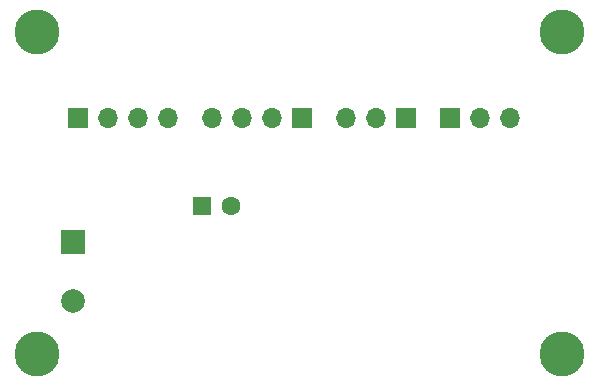
<source format=gbs>
G04 #@! TF.GenerationSoftware,KiCad,Pcbnew,(5.1.10-1-10_14)*
G04 #@! TF.CreationDate,2021-12-18T09:27:52-08:00*
G04 #@! TF.ProjectId,qiroll PAS digital logic,7169726f-6c6c-4205-9041-532064696769,rev?*
G04 #@! TF.SameCoordinates,Original*
G04 #@! TF.FileFunction,Soldermask,Bot*
G04 #@! TF.FilePolarity,Negative*
%FSLAX46Y46*%
G04 Gerber Fmt 4.6, Leading zero omitted, Abs format (unit mm)*
G04 Created by KiCad (PCBNEW (5.1.10-1-10_14)) date 2021-12-18 09:27:52*
%MOMM*%
%LPD*%
G01*
G04 APERTURE LIST*
%ADD10O,1.700000X1.700000*%
%ADD11R,1.700000X1.700000*%
%ADD12C,1.600000*%
%ADD13R,1.600000X1.600000*%
%ADD14C,3.800000*%
%ADD15C,2.000000*%
%ADD16R,2.000000X2.000000*%
G04 APERTURE END LIST*
D10*
G04 #@! TO.C,J4*
X125412500Y-103822500D03*
X122872500Y-103822500D03*
X120332500Y-103822500D03*
D11*
X117792500Y-103822500D03*
G04 #@! TD*
D10*
G04 #@! TO.C,J5*
X154368500Y-103822500D03*
X151828500Y-103822500D03*
D11*
X149288500Y-103822500D03*
G04 #@! TD*
D10*
G04 #@! TO.C,J3*
X140462000Y-103822500D03*
X143002000Y-103822500D03*
D11*
X145542000Y-103822500D03*
G04 #@! TD*
D10*
G04 #@! TO.C,J2*
X129159000Y-103822500D03*
X131699000Y-103822500D03*
X134239000Y-103822500D03*
D11*
X136779000Y-103822500D03*
G04 #@! TD*
D12*
G04 #@! TO.C,C12*
X130770000Y-111252000D03*
D13*
X128270000Y-111252000D03*
G04 #@! TD*
D14*
G04 #@! TO.C,H4*
X114300000Y-96520000D03*
G04 #@! TD*
G04 #@! TO.C,H3*
X158750000Y-96520000D03*
G04 #@! TD*
G04 #@! TO.C,H2*
X114300000Y-123825000D03*
G04 #@! TD*
G04 #@! TO.C,H1*
X158750000Y-123825000D03*
G04 #@! TD*
D15*
G04 #@! TO.C,C10*
X117348000Y-119300000D03*
D16*
X117348000Y-114300000D03*
G04 #@! TD*
M02*

</source>
